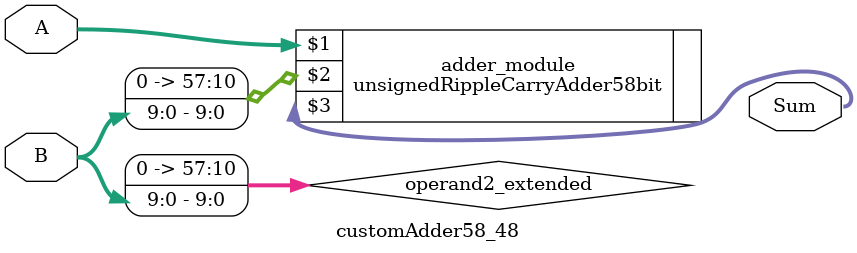
<source format=v>
module customAdder58_48(
                        input [57 : 0] A,
                        input [9 : 0] B,
                        
                        output [58 : 0] Sum
                );

        wire [57 : 0] operand2_extended;
        
        assign operand2_extended =  {48'b0, B};
        
        unsignedRippleCarryAdder58bit adder_module(
            A,
            operand2_extended,
            Sum
        );
        
        endmodule
        
</source>
